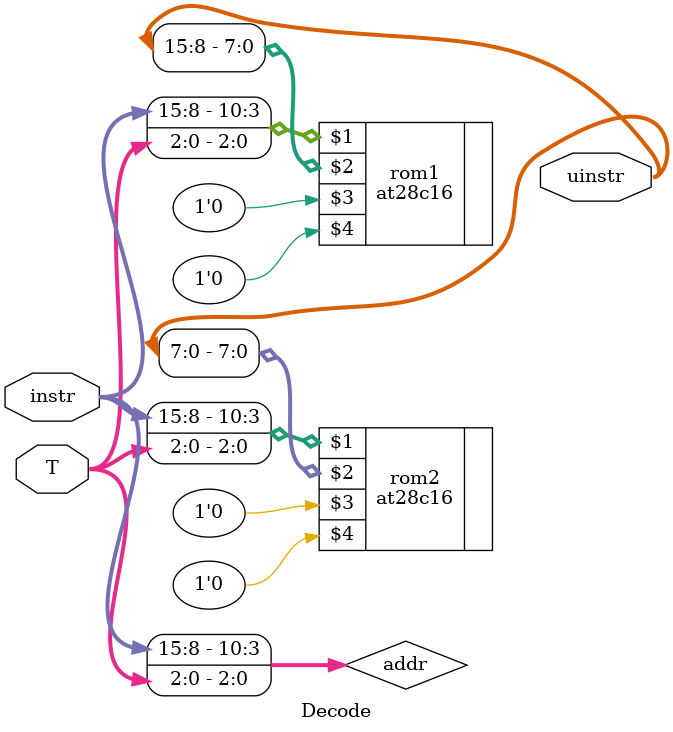
<source format=v>
/* Decode: Turn an instruction into a microinstruction

    T0:  PO AI
    T1:  MO II P+
    T2+: look in DecodeROM at {T-2, instr[15:8]}
*/

`include "ttl/at28c16.v"

module Decode(instr, T, uinstr);
    input [15:0] instr;
    input [2:0] T;
    output [15:0] uinstr;

    wire [10:0] addr;
    assign addr = {instr[15:8], T};

    at28c16 #(.ROM_FILE("ucode-low.hex")) rom2 (addr, uinstr[7:0], 1'b0, 1'b0);
    at28c16 #(.ROM_FILE("ucode-high.hex")) rom1 (addr, uinstr[15:8], 1'b0, 1'b0);
endmodule

</source>
